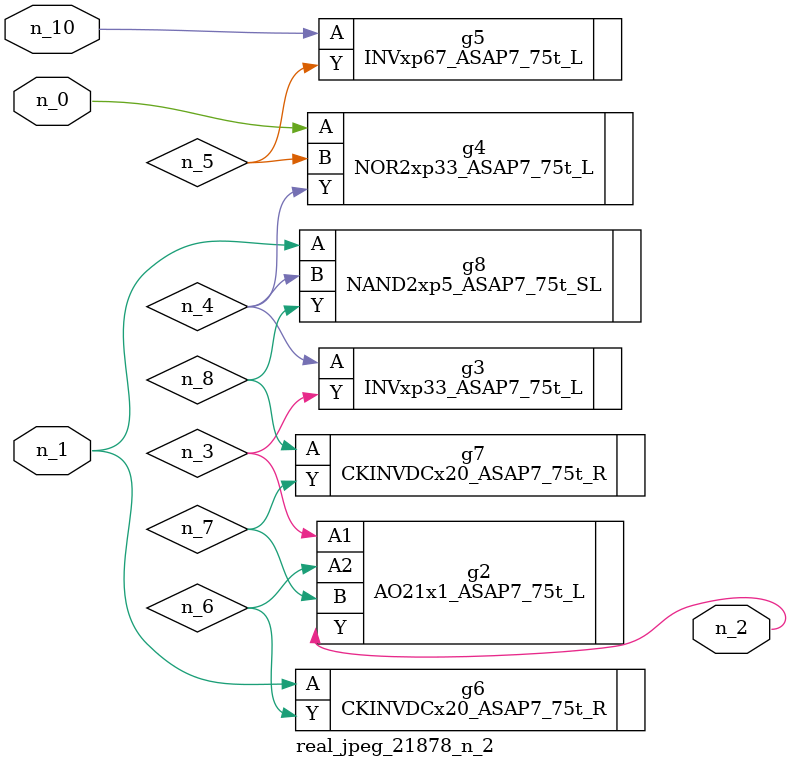
<source format=v>
module real_jpeg_21878_n_2 (n_1, n_10, n_0, n_2);

input n_1;
input n_10;
input n_0;

output n_2;

wire n_5;
wire n_4;
wire n_8;
wire n_6;
wire n_7;
wire n_3;

NOR2xp33_ASAP7_75t_L g4 ( 
.A(n_0),
.B(n_5),
.Y(n_4)
);

CKINVDCx20_ASAP7_75t_R g6 ( 
.A(n_1),
.Y(n_6)
);

NAND2xp5_ASAP7_75t_SL g8 ( 
.A(n_1),
.B(n_4),
.Y(n_8)
);

AO21x1_ASAP7_75t_L g2 ( 
.A1(n_3),
.A2(n_6),
.B(n_7),
.Y(n_2)
);

INVxp33_ASAP7_75t_L g3 ( 
.A(n_4),
.Y(n_3)
);

CKINVDCx20_ASAP7_75t_R g7 ( 
.A(n_8),
.Y(n_7)
);

INVxp67_ASAP7_75t_L g5 ( 
.A(n_10),
.Y(n_5)
);


endmodule
</source>
